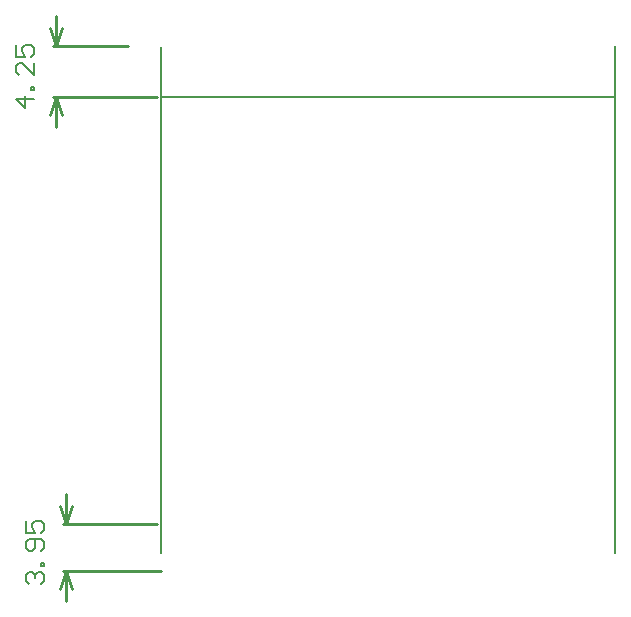
<source format=gm1>
G04 Layer_Color=16711935*
%FSAX25Y25*%
%MOIN*%
G70*
G01*
G75*
%ADD21C,0.00787*%
%ADD31C,0.01000*%
%ADD32C,0.00600*%
D21*
X0320323Y0393000D02*
X0471500D01*
X0471504Y0240843D02*
Y0409736D01*
X0320323Y0240843D02*
Y0409563D01*
D31*
X0284000Y0409740D02*
X0309087D01*
X0284000Y0393000D02*
X0318929D01*
X0285000Y0383000D02*
Y0393000D01*
Y0409740D02*
Y0419740D01*
X0283000Y0387000D02*
X0285000Y0393000D01*
X0287000Y0387000D01*
X0285000Y0409740D02*
X0287000Y0415740D01*
X0283000D02*
X0285000Y0409740D01*
X0287500Y0250500D02*
X0318929D01*
X0287500Y0234937D02*
X0320323D01*
X0288500Y0224937D02*
Y0234937D01*
Y0250500D02*
Y0260500D01*
X0286500Y0228937D02*
X0288500Y0234937D01*
X0290500Y0228937D01*
X0288500Y0250500D02*
X0290500Y0256500D01*
X0286500D02*
X0288500Y0250500D01*
D32*
X0277802Y0392272D02*
X0271804D01*
X0274803Y0389274D01*
Y0393272D01*
X0277802Y0395271D02*
X0276802D01*
Y0396271D01*
X0277802D01*
Y0395271D01*
Y0404269D02*
Y0400270D01*
X0273803Y0404269D01*
X0272804D01*
X0271804Y0403269D01*
Y0401270D01*
X0272804Y0400270D01*
X0271804Y0410267D02*
Y0406268D01*
X0274803D01*
X0273803Y0408267D01*
Y0409267D01*
X0274803Y0410267D01*
X0276802D01*
X0277802Y0409267D01*
Y0407268D01*
X0276802Y0406268D01*
X0276304Y0230622D02*
X0275304Y0231622D01*
Y0233621D01*
X0276304Y0234621D01*
X0277303D01*
X0278303Y0233621D01*
Y0232621D01*
Y0233621D01*
X0279303Y0234621D01*
X0280302D01*
X0281302Y0233621D01*
Y0231622D01*
X0280302Y0230622D01*
X0281302Y0236620D02*
X0280302D01*
Y0237620D01*
X0281302D01*
Y0236620D01*
X0280302Y0241618D02*
X0281302Y0242618D01*
Y0244617D01*
X0280302Y0245617D01*
X0276304D01*
X0275304Y0244617D01*
Y0242618D01*
X0276304Y0241618D01*
X0277303D01*
X0278303Y0242618D01*
Y0245617D01*
X0275304Y0251615D02*
Y0247616D01*
X0278303D01*
X0277303Y0249616D01*
Y0250615D01*
X0278303Y0251615D01*
X0280302D01*
X0281302Y0250615D01*
Y0248616D01*
X0280302Y0247616D01*
M02*

</source>
